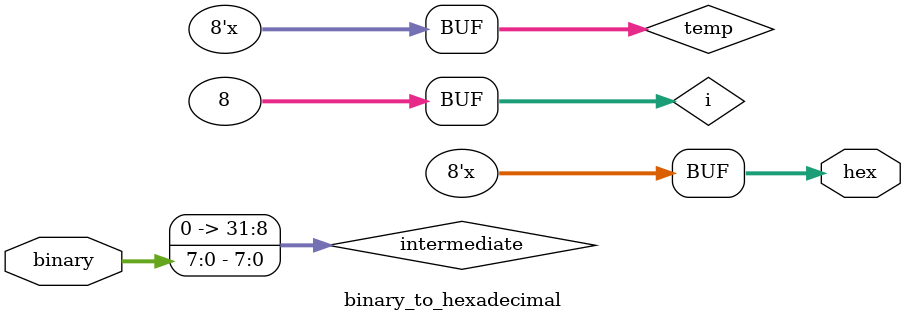
<source format=v>
module binary_to_hexadecimal(
  input [7:0] binary,
  output [7:0] hex
);
reg[7:0]temp=0;
integer intermediate; 
integer i;
always @(*) begin
intermediate=binary;
    for (i = 0; i <8; i = i + 1) begin
      if (intermediate[i] == 1) 
      begin
        temp = temp+2**i;
        //$display("temp: %d", temp);
      end
    end
end
assign hex=temp;
endmodule

</source>
